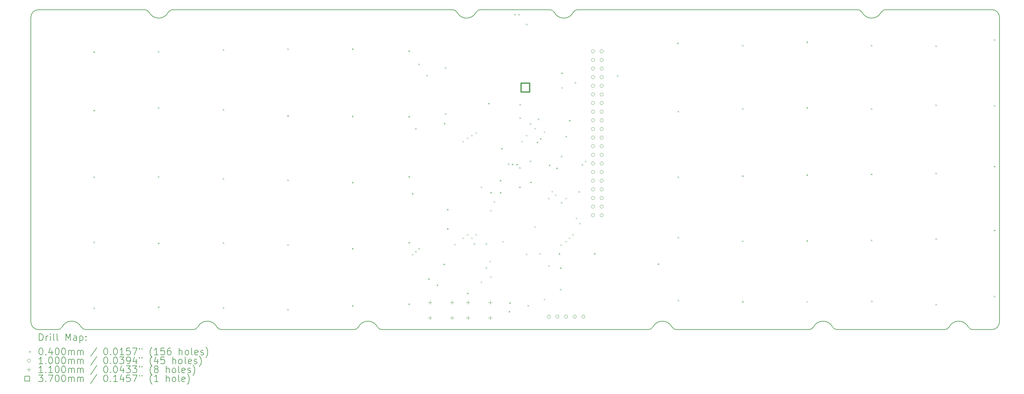
<source format=gbr>
%TF.GenerationSoftware,KiCad,Pcbnew,(6.0.10)*%
%TF.CreationDate,2023-08-27T18:13:33-04:00*%
%TF.ProjectId,storyboard,73746f72-7962-46f6-9172-642e6b696361,rev?*%
%TF.SameCoordinates,Original*%
%TF.FileFunction,Drillmap*%
%TF.FilePolarity,Positive*%
%FSLAX45Y45*%
G04 Gerber Fmt 4.5, Leading zero omitted, Abs format (unit mm)*
G04 Created by KiCad (PCBNEW (6.0.10)) date 2023-08-27 18:13:33*
%MOMM*%
%LPD*%
G01*
G04 APERTURE LIST*
%ADD10C,0.200000*%
%ADD11C,0.040000*%
%ADD12C,0.100000*%
%ADD13C,0.110000*%
%ADD14C,0.370000*%
G04 APERTURE END LIST*
D10*
X22240435Y-4271874D02*
X24334753Y-4272499D01*
X24314753Y-13692506D02*
G75*
G03*
X24447756Y-13611854I-13J150016D01*
G01*
X29727431Y-13611229D02*
G75*
G03*
X29168817Y-13611229I-279307J-145645D01*
G01*
X6771125Y-4271874D02*
X6389374Y-4271874D01*
X33716028Y-13611227D02*
G75*
G03*
X33157411Y-13611229I-279308J-145653D01*
G01*
X6164366Y-13466874D02*
G75*
G03*
X6389374Y-13691874I225004J4D01*
G01*
X15639374Y-4272499D02*
X10334185Y-4271874D01*
X18691317Y-4352519D02*
G75*
G03*
X18558313Y-4271874I-133007J-69361D01*
G01*
X21548811Y-4352522D02*
G75*
G03*
X22107431Y-4352519I279310J145652D01*
G01*
X33024408Y-13691874D02*
X29860435Y-13691874D01*
X25006371Y-13611854D02*
G75*
G03*
X24447756Y-13611854I-279307J-145645D01*
G01*
X18691311Y-4352522D02*
G75*
G03*
X19249931Y-4352519I279310J145652D01*
G01*
X6164374Y-13466874D02*
X6164374Y-4496874D01*
X34409374Y-13691874D02*
G75*
G03*
X34634374Y-13466874I-4J225004D01*
G01*
X10938314Y-13691874D02*
X7774340Y-13691874D01*
X31289185Y-4271873D02*
G75*
G03*
X31156181Y-4352519I5J-150008D01*
G01*
X33024408Y-4271874D02*
X31289185Y-4271874D01*
X30464563Y-4271874D02*
X25159374Y-4272499D01*
X10334185Y-4271872D02*
G75*
G03*
X10201181Y-4352519I6J-150008D01*
G01*
X9642567Y-4352519D02*
G75*
G03*
X9509563Y-4271874I-133007J-69361D01*
G01*
X29035813Y-13691875D02*
G75*
G03*
X29168817Y-13611229I-4J150005D01*
G01*
X6949719Y-13691874D02*
X6389374Y-13691874D01*
X18558313Y-4271874D02*
X16463995Y-4272499D01*
X24334753Y-4272499D02*
X25159374Y-4272499D01*
X15659374Y-13692499D02*
X11762935Y-13691874D01*
X19382935Y-4271873D02*
G75*
G03*
X19249931Y-4352519I5J-150008D01*
G01*
X34634376Y-4496874D02*
G75*
G03*
X34409374Y-4271874I-224996J4D01*
G01*
X6389374Y-4271874D02*
G75*
G03*
X6164374Y-4496874I0J-225000D01*
G01*
X9509563Y-4271874D02*
X7595746Y-4271874D01*
X16350992Y-13611854D02*
G75*
G03*
X15792377Y-13611854I-279307J-145645D01*
G01*
X15659374Y-13692498D02*
G75*
G03*
X15792377Y-13611854I-4J150008D01*
G01*
X21548817Y-4352519D02*
G75*
G03*
X21415813Y-4271874I-133007J-69361D01*
G01*
X33024408Y-4271874D02*
X33849029Y-4271874D01*
X24314753Y-13692499D02*
X16483995Y-13692499D01*
X7641337Y-13611229D02*
G75*
G03*
X7082723Y-13611229I-279307J-145641D01*
G01*
X33849029Y-4271874D02*
X34409374Y-4271874D01*
X30597567Y-4352519D02*
G75*
G03*
X30464563Y-4271874I-133007J-69361D01*
G01*
X25006368Y-13611855D02*
G75*
G03*
X25139374Y-13692499I133002J69355D01*
G01*
X33849029Y-13691874D02*
X34409374Y-13691874D01*
X29727429Y-13611230D02*
G75*
G03*
X29860435Y-13691874I133011J69370D01*
G01*
X11629931Y-13611229D02*
G75*
G03*
X11071317Y-13611229I-279307J-145645D01*
G01*
X7595746Y-4271874D02*
X6771125Y-4271874D01*
X6949719Y-13691871D02*
G75*
G03*
X7082723Y-13611229I1J150001D01*
G01*
X34634374Y-13466874D02*
X34634374Y-4496874D01*
X33024408Y-13691875D02*
G75*
G03*
X33157411Y-13611229I2J149995D01*
G01*
X11629929Y-13611230D02*
G75*
G03*
X11762935Y-13691874I133011J69370D01*
G01*
X22240435Y-4271873D02*
G75*
G03*
X22107431Y-4352519I5J-150008D01*
G01*
X21415813Y-4271874D02*
X19382935Y-4271874D01*
X30597560Y-4352522D02*
G75*
G03*
X31156181Y-4352519I279310J145652D01*
G01*
X10938314Y-13691875D02*
G75*
G03*
X11071317Y-13611229I-4J150005D01*
G01*
X25139374Y-13692499D02*
X29035813Y-13691874D01*
X9642567Y-4352519D02*
G75*
G03*
X10201181Y-4352519I279307J145646D01*
G01*
X15639374Y-4272499D02*
X16463995Y-4272499D01*
X7641335Y-13611230D02*
G75*
G03*
X7774340Y-13691874I133005J69360D01*
G01*
X16350991Y-13611854D02*
G75*
G03*
X16483995Y-13692499I133009J69364D01*
G01*
X33716023Y-13611230D02*
G75*
G03*
X33849029Y-13691874I132987J69330D01*
G01*
D11*
X8000000Y-5500000D02*
X8040000Y-5540000D01*
X8040000Y-5500000D02*
X8000000Y-5540000D01*
X8000000Y-7220000D02*
X8040000Y-7260000D01*
X8040000Y-7220000D02*
X8000000Y-7260000D01*
X8000000Y-9180000D02*
X8040000Y-9220000D01*
X8040000Y-9180000D02*
X8000000Y-9220000D01*
X8000000Y-11100000D02*
X8040000Y-11140000D01*
X8040000Y-11100000D02*
X8000000Y-11140000D01*
X8000000Y-13040000D02*
X8040000Y-13080000D01*
X8040000Y-13040000D02*
X8000000Y-13080000D01*
X9900000Y-5490000D02*
X9940000Y-5530000D01*
X9940000Y-5490000D02*
X9900000Y-5530000D01*
X9900000Y-7140000D02*
X9940000Y-7180000D01*
X9940000Y-7140000D02*
X9900000Y-7180000D01*
X9900000Y-9170000D02*
X9940000Y-9210000D01*
X9940000Y-9170000D02*
X9900000Y-9210000D01*
X9900000Y-11130000D02*
X9940000Y-11170000D01*
X9940000Y-11130000D02*
X9900000Y-11170000D01*
X9900000Y-13010000D02*
X9940000Y-13050000D01*
X9940000Y-13010000D02*
X9900000Y-13050000D01*
X11800000Y-5440000D02*
X11840000Y-5480000D01*
X11840000Y-5440000D02*
X11800000Y-5480000D01*
X11800000Y-7200000D02*
X11840000Y-7240000D01*
X11840000Y-7200000D02*
X11800000Y-7240000D01*
X11800000Y-9230000D02*
X11840000Y-9270000D01*
X11840000Y-9230000D02*
X11800000Y-9270000D01*
X11800000Y-11120000D02*
X11840000Y-11160000D01*
X11840000Y-11120000D02*
X11800000Y-11160000D01*
X11800000Y-13030000D02*
X11840000Y-13070000D01*
X11840000Y-13030000D02*
X11800000Y-13070000D01*
X13700000Y-5410000D02*
X13740000Y-5450000D01*
X13740000Y-5410000D02*
X13700000Y-5450000D01*
X13700000Y-7380000D02*
X13740000Y-7420000D01*
X13740000Y-7380000D02*
X13700000Y-7420000D01*
X13700000Y-9270000D02*
X13740000Y-9310000D01*
X13740000Y-9270000D02*
X13700000Y-9310000D01*
X13700000Y-11180000D02*
X13740000Y-11220000D01*
X13740000Y-11180000D02*
X13700000Y-11220000D01*
X13700000Y-13080000D02*
X13740000Y-13120000D01*
X13740000Y-13080000D02*
X13700000Y-13120000D01*
X15600000Y-5410000D02*
X15640000Y-5450000D01*
X15640000Y-5410000D02*
X15600000Y-5450000D01*
X15600000Y-7390000D02*
X15640000Y-7430000D01*
X15640000Y-7390000D02*
X15600000Y-7430000D01*
X15600000Y-9340000D02*
X15640000Y-9380000D01*
X15640000Y-9340000D02*
X15600000Y-9380000D01*
X15600000Y-11290000D02*
X15640000Y-11330000D01*
X15640000Y-11290000D02*
X15600000Y-11330000D01*
X15600000Y-12970000D02*
X15640000Y-13010000D01*
X15640000Y-12970000D02*
X15600000Y-13010000D01*
X17260000Y-5470000D02*
X17300000Y-5510000D01*
X17300000Y-5470000D02*
X17260000Y-5510000D01*
X17260000Y-7400000D02*
X17300000Y-7440000D01*
X17300000Y-7400000D02*
X17260000Y-7440000D01*
X17260000Y-9170000D02*
X17300000Y-9210000D01*
X17300000Y-9170000D02*
X17260000Y-9210000D01*
X17260000Y-11110000D02*
X17300000Y-11150000D01*
X17300000Y-11110000D02*
X17260000Y-11150000D01*
X17260000Y-12920000D02*
X17300000Y-12960000D01*
X17300000Y-12920000D02*
X17260000Y-12960000D01*
X17360000Y-9670000D02*
X17400000Y-9710000D01*
X17400000Y-9670000D02*
X17360000Y-9710000D01*
X17360000Y-11460000D02*
X17400000Y-11500000D01*
X17400000Y-11460000D02*
X17360000Y-11500000D01*
X17460000Y-7760000D02*
X17500000Y-7800000D01*
X17500000Y-7760000D02*
X17460000Y-7800000D01*
X17460000Y-11370000D02*
X17500000Y-11410000D01*
X17500000Y-11370000D02*
X17460000Y-11410000D01*
X17550000Y-5860000D02*
X17590000Y-5900000D01*
X17590000Y-5860000D02*
X17550000Y-5900000D01*
X17550000Y-11290000D02*
X17590000Y-11330000D01*
X17590000Y-11290000D02*
X17550000Y-11330000D01*
X17790000Y-6190000D02*
X17830000Y-6230000D01*
X17830000Y-6190000D02*
X17790000Y-6230000D01*
X17840000Y-12180000D02*
X17880000Y-12220000D01*
X17880000Y-12180000D02*
X17840000Y-12220000D01*
X18090000Y-12360000D02*
X18130000Y-12400000D01*
X18130000Y-12360000D02*
X18090000Y-12400000D01*
X18290000Y-11750000D02*
X18330000Y-11790000D01*
X18330000Y-11750000D02*
X18290000Y-11790000D01*
X18300000Y-7605000D02*
X18340000Y-7645000D01*
X18340000Y-7605000D02*
X18300000Y-7645000D01*
X18330000Y-5960000D02*
X18370000Y-6000000D01*
X18370000Y-5960000D02*
X18330000Y-6000000D01*
X18330000Y-7315000D02*
X18370000Y-7355000D01*
X18370000Y-7315000D02*
X18330000Y-7355000D01*
X18395000Y-10135000D02*
X18435000Y-10175000D01*
X18435000Y-10135000D02*
X18395000Y-10175000D01*
X18395000Y-10705000D02*
X18435000Y-10745000D01*
X18435000Y-10705000D02*
X18395000Y-10745000D01*
X18605000Y-11165000D02*
X18645000Y-11205000D01*
X18645000Y-11165000D02*
X18605000Y-11205000D01*
X18852200Y-8133400D02*
X18892200Y-8173400D01*
X18892200Y-8133400D02*
X18852200Y-8173400D01*
X18852200Y-10978200D02*
X18892200Y-11018200D01*
X18892200Y-10978200D02*
X18852200Y-11018200D01*
X18979200Y-8031800D02*
X19019200Y-8071800D01*
X19019200Y-8031800D02*
X18979200Y-8071800D01*
X18979200Y-10876600D02*
X19019200Y-10916600D01*
X19019200Y-10876600D02*
X18979200Y-10916600D01*
X18980000Y-12605000D02*
X19020000Y-12645000D01*
X19020000Y-12605000D02*
X18980000Y-12645000D01*
X19106200Y-7955600D02*
X19146200Y-7995600D01*
X19146200Y-7955600D02*
X19106200Y-7995600D01*
X19106200Y-10978200D02*
X19146200Y-11018200D01*
X19146200Y-10978200D02*
X19106200Y-11018200D01*
X19175000Y-11145000D02*
X19215000Y-11185000D01*
X19215000Y-11145000D02*
X19175000Y-11185000D01*
X19233200Y-7879400D02*
X19273200Y-7919400D01*
X19273200Y-7879400D02*
X19233200Y-7919400D01*
X19233200Y-10876600D02*
X19273200Y-10916600D01*
X19273200Y-10876600D02*
X19233200Y-10916600D01*
X19385600Y-9479600D02*
X19425600Y-9519600D01*
X19425600Y-9479600D02*
X19385600Y-9519600D01*
X19385600Y-12273600D02*
X19425600Y-12313600D01*
X19425600Y-12273600D02*
X19385600Y-12313600D01*
X19530000Y-11145000D02*
X19570000Y-11185000D01*
X19570000Y-11145000D02*
X19530000Y-11185000D01*
X19530000Y-11855000D02*
X19570000Y-11895000D01*
X19570000Y-11855000D02*
X19530000Y-11895000D01*
X19600000Y-7015000D02*
X19640000Y-7055000D01*
X19640000Y-7015000D02*
X19600000Y-7055000D01*
X19639600Y-11664000D02*
X19679600Y-11704000D01*
X19679600Y-11664000D02*
X19639600Y-11704000D01*
X19665000Y-9635000D02*
X19705000Y-9675000D01*
X19705000Y-9635000D02*
X19665000Y-9675000D01*
X19665000Y-10165400D02*
X19705000Y-10205400D01*
X19705000Y-10165400D02*
X19665000Y-10205400D01*
X19665000Y-12121200D02*
X19705000Y-12161200D01*
X19705000Y-12121200D02*
X19665000Y-12161200D01*
X19766600Y-9911400D02*
X19806600Y-9951400D01*
X19806600Y-9911400D02*
X19766600Y-9951400D01*
X19945000Y-9285000D02*
X19985000Y-9325000D01*
X19985000Y-9285000D02*
X19945000Y-9325000D01*
X19945000Y-9640000D02*
X19985000Y-9680000D01*
X19985000Y-9640000D02*
X19945000Y-9680000D01*
X19985000Y-8340000D02*
X20025000Y-8380000D01*
X20025000Y-8340000D02*
X19985000Y-8380000D01*
X20020000Y-11080000D02*
X20060000Y-11120000D01*
X20060000Y-11080000D02*
X20020000Y-11120000D01*
X20185142Y-8800000D02*
X20225142Y-8840000D01*
X20225142Y-8800000D02*
X20185142Y-8840000D01*
X20205000Y-13140000D02*
X20245000Y-13180000D01*
X20245000Y-13140000D02*
X20205000Y-13180000D01*
X20223800Y-12886200D02*
X20263800Y-12926200D01*
X20263800Y-12886200D02*
X20223800Y-12926200D01*
X20300000Y-8805000D02*
X20340000Y-8845000D01*
X20340000Y-8805000D02*
X20300000Y-8845000D01*
X20370000Y-4395000D02*
X20410000Y-4435000D01*
X20410000Y-4395000D02*
X20370000Y-4435000D01*
X20430000Y-8810000D02*
X20470000Y-8850000D01*
X20470000Y-8810000D02*
X20430000Y-8850000D01*
X20490000Y-4395000D02*
X20530000Y-4435000D01*
X20530000Y-4395000D02*
X20490000Y-4435000D01*
X20515000Y-8910000D02*
X20555000Y-8950000D01*
X20555000Y-8910000D02*
X20515000Y-8950000D01*
X20515000Y-9480000D02*
X20555000Y-9520000D01*
X20555000Y-9480000D02*
X20515000Y-9520000D01*
X20525000Y-7045000D02*
X20565000Y-7085000D01*
X20565000Y-7045000D02*
X20525000Y-7085000D01*
X20525000Y-7445000D02*
X20565000Y-7485000D01*
X20565000Y-7445000D02*
X20525000Y-7485000D01*
X20579400Y-8133400D02*
X20619400Y-8173400D01*
X20619400Y-8133400D02*
X20579400Y-8173400D01*
X20714536Y-11452829D02*
X20754536Y-11492829D01*
X20754536Y-11452829D02*
X20714536Y-11492829D01*
X20715000Y-7955000D02*
X20755000Y-7995000D01*
X20755000Y-7955000D02*
X20715000Y-7995000D01*
X20720000Y-4685000D02*
X20760000Y-4725000D01*
X20760000Y-4685000D02*
X20720000Y-4725000D01*
X20760000Y-12965000D02*
X20800000Y-13005000D01*
X20800000Y-12965000D02*
X20760000Y-13005000D01*
X20830000Y-7610000D02*
X20870000Y-7650000D01*
X20870000Y-7610000D02*
X20830000Y-7650000D01*
X20830000Y-8715000D02*
X20870000Y-8755000D01*
X20870000Y-8715000D02*
X20830000Y-8755000D01*
X20835000Y-9335000D02*
X20875000Y-9375000D01*
X20875000Y-9335000D02*
X20835000Y-9375000D01*
X20960400Y-7752400D02*
X21000400Y-7792400D01*
X21000400Y-7752400D02*
X20960400Y-7792400D01*
X20960400Y-10648000D02*
X21000400Y-10688000D01*
X21000400Y-10648000D02*
X20960400Y-10688000D01*
X21030850Y-8160000D02*
X21070850Y-8200000D01*
X21070850Y-8160000D02*
X21030850Y-8200000D01*
X21065000Y-7480000D02*
X21105000Y-7520000D01*
X21105000Y-7480000D02*
X21065000Y-7520000D01*
X21112800Y-11435400D02*
X21152800Y-11475400D01*
X21152800Y-11435400D02*
X21112800Y-11475400D01*
X21128660Y-8053875D02*
X21168660Y-8093875D01*
X21168660Y-8053875D02*
X21128660Y-8093875D01*
X21239800Y-7854000D02*
X21279800Y-7894000D01*
X21279800Y-7854000D02*
X21239800Y-7894000D01*
X21239800Y-12781600D02*
X21279800Y-12821600D01*
X21279800Y-12781600D02*
X21239800Y-12821600D01*
X21366800Y-9809800D02*
X21406800Y-9849800D01*
X21406800Y-9809800D02*
X21366800Y-9849800D01*
X21366800Y-11791000D02*
X21406800Y-11831000D01*
X21406800Y-11791000D02*
X21366800Y-11831000D01*
X21392200Y-8835000D02*
X21432200Y-8875000D01*
X21432200Y-8835000D02*
X21392200Y-8875000D01*
X21468400Y-9606600D02*
X21508400Y-9646600D01*
X21508400Y-9606600D02*
X21468400Y-9646600D01*
X21570000Y-9708154D02*
X21610000Y-9748154D01*
X21610000Y-9708154D02*
X21570000Y-9748154D01*
X21605000Y-8920000D02*
X21645000Y-8960000D01*
X21645000Y-8920000D02*
X21605000Y-8960000D01*
X21680000Y-11440000D02*
X21720000Y-11480000D01*
X21720000Y-11440000D02*
X21680000Y-11480000D01*
X21715000Y-11860000D02*
X21755000Y-11900000D01*
X21755000Y-11860000D02*
X21715000Y-11900000D01*
X21715000Y-12490000D02*
X21755000Y-12530000D01*
X21755000Y-12490000D02*
X21715000Y-12530000D01*
X21722400Y-11181400D02*
X21762400Y-11221400D01*
X21762400Y-11181400D02*
X21722400Y-11221400D01*
X21745000Y-8570000D02*
X21785000Y-8610000D01*
X21785000Y-8570000D02*
X21745000Y-8610000D01*
X21745000Y-9930000D02*
X21785000Y-9970000D01*
X21785000Y-9930000D02*
X21745000Y-9970000D01*
X21755000Y-6120000D02*
X21795000Y-6160000D01*
X21795000Y-6120000D02*
X21755000Y-6160000D01*
X21755000Y-6550000D02*
X21795000Y-6590000D01*
X21795000Y-6550000D02*
X21755000Y-6590000D01*
X21874800Y-9809800D02*
X21914800Y-9849800D01*
X21914800Y-9809800D02*
X21874800Y-9849800D01*
X21874800Y-11079800D02*
X21914800Y-11119800D01*
X21914800Y-11079800D02*
X21874800Y-11119800D01*
X21879846Y-7986046D02*
X21919846Y-8026046D01*
X21919846Y-7986046D02*
X21879846Y-8026046D01*
X21976400Y-10978200D02*
X22016400Y-11018200D01*
X22016400Y-10978200D02*
X21976400Y-11018200D01*
X21980000Y-7515000D02*
X22020000Y-7555000D01*
X22020000Y-7515000D02*
X21980000Y-7555000D01*
X22078000Y-10876600D02*
X22118000Y-10916600D01*
X22118000Y-10876600D02*
X22078000Y-10916600D01*
X22150000Y-6405000D02*
X22190000Y-6445000D01*
X22190000Y-6405000D02*
X22150000Y-6445000D01*
X22179600Y-10394000D02*
X22219600Y-10434000D01*
X22219600Y-10394000D02*
X22179600Y-10434000D01*
X22260000Y-9610000D02*
X22300000Y-9650000D01*
X22300000Y-9610000D02*
X22260000Y-9650000D01*
X22281200Y-10546400D02*
X22321200Y-10586400D01*
X22321200Y-10546400D02*
X22281200Y-10586400D01*
X22350000Y-8815000D02*
X22390000Y-8855000D01*
X22390000Y-8815000D02*
X22350000Y-8855000D01*
X22450000Y-8717600D02*
X22490000Y-8757600D01*
X22490000Y-8717600D02*
X22450000Y-8757600D01*
X22715000Y-11435000D02*
X22755000Y-11475000D01*
X22755000Y-11435000D02*
X22715000Y-11475000D01*
X23385000Y-6200000D02*
X23425000Y-6240000D01*
X23425000Y-6200000D02*
X23385000Y-6240000D01*
X24590000Y-11740000D02*
X24630000Y-11780000D01*
X24630000Y-11740000D02*
X24590000Y-11780000D01*
X25160000Y-5240000D02*
X25200000Y-5280000D01*
X25200000Y-5240000D02*
X25160000Y-5280000D01*
X25170000Y-7250000D02*
X25210000Y-7290000D01*
X25210000Y-7250000D02*
X25170000Y-7290000D01*
X25170000Y-9180000D02*
X25210000Y-9220000D01*
X25210000Y-9180000D02*
X25170000Y-9220000D01*
X25170000Y-10960000D02*
X25210000Y-11000000D01*
X25210000Y-10960000D02*
X25170000Y-11000000D01*
X25170000Y-12810000D02*
X25210000Y-12850000D01*
X25210000Y-12810000D02*
X25170000Y-12850000D01*
X27070000Y-5310000D02*
X27110000Y-5350000D01*
X27110000Y-5310000D02*
X27070000Y-5350000D01*
X27070000Y-7170000D02*
X27110000Y-7210000D01*
X27110000Y-7170000D02*
X27070000Y-7210000D01*
X27070000Y-9150000D02*
X27110000Y-9190000D01*
X27110000Y-9150000D02*
X27070000Y-9190000D01*
X27070000Y-11070000D02*
X27110000Y-11110000D01*
X27110000Y-11070000D02*
X27070000Y-11110000D01*
X27070000Y-12850000D02*
X27110000Y-12890000D01*
X27110000Y-12850000D02*
X27070000Y-12890000D01*
X28960000Y-5210000D02*
X29000000Y-5250000D01*
X29000000Y-5210000D02*
X28960000Y-5250000D01*
X28960000Y-7140000D02*
X29000000Y-7180000D01*
X29000000Y-7140000D02*
X28960000Y-7180000D01*
X28960000Y-9120000D02*
X29000000Y-9160000D01*
X29000000Y-9120000D02*
X28960000Y-9160000D01*
X28960000Y-11060000D02*
X29000000Y-11100000D01*
X29000000Y-11060000D02*
X28960000Y-11100000D01*
X28960000Y-12850000D02*
X29000000Y-12890000D01*
X29000000Y-12850000D02*
X28960000Y-12890000D01*
X30850000Y-5310000D02*
X30890000Y-5350000D01*
X30890000Y-5310000D02*
X30850000Y-5350000D01*
X30850000Y-7170000D02*
X30890000Y-7210000D01*
X30890000Y-7170000D02*
X30850000Y-7210000D01*
X30850000Y-9100000D02*
X30890000Y-9140000D01*
X30890000Y-9100000D02*
X30850000Y-9140000D01*
X30850000Y-11040000D02*
X30890000Y-11080000D01*
X30890000Y-11040000D02*
X30850000Y-11080000D01*
X30860000Y-12840000D02*
X30900000Y-12880000D01*
X30900000Y-12840000D02*
X30860000Y-12880000D01*
X32750000Y-5330000D02*
X32790000Y-5370000D01*
X32790000Y-5330000D02*
X32750000Y-5370000D01*
X32750000Y-7060000D02*
X32790000Y-7100000D01*
X32790000Y-7060000D02*
X32750000Y-7100000D01*
X32750000Y-9070000D02*
X32790000Y-9110000D01*
X32790000Y-9070000D02*
X32750000Y-9110000D01*
X32750000Y-11000000D02*
X32790000Y-11040000D01*
X32790000Y-11000000D02*
X32750000Y-11040000D01*
X32750000Y-12930000D02*
X32790000Y-12970000D01*
X32790000Y-12930000D02*
X32750000Y-12970000D01*
X34470000Y-5140000D02*
X34510000Y-5180000D01*
X34510000Y-5140000D02*
X34470000Y-5180000D01*
X34470000Y-7080000D02*
X34510000Y-7120000D01*
X34510000Y-7080000D02*
X34470000Y-7120000D01*
X34470000Y-8870000D02*
X34510000Y-8910000D01*
X34510000Y-8870000D02*
X34470000Y-8910000D01*
X34470000Y-10750000D02*
X34510000Y-10790000D01*
X34510000Y-10750000D02*
X34470000Y-10790000D01*
X34470000Y-12690000D02*
X34510000Y-12730000D01*
X34510000Y-12690000D02*
X34470000Y-12730000D01*
D12*
X21436300Y-13309600D02*
G75*
G03*
X21436300Y-13309600I-50000J0D01*
G01*
X21690300Y-13309600D02*
G75*
G03*
X21690300Y-13309600I-50000J0D01*
G01*
X21944300Y-13309600D02*
G75*
G03*
X21944300Y-13309600I-50000J0D01*
G01*
X22198300Y-13309600D02*
G75*
G03*
X22198300Y-13309600I-50000J0D01*
G01*
X22452300Y-13309600D02*
G75*
G03*
X22452300Y-13309600I-50000J0D01*
G01*
X22736800Y-5498800D02*
G75*
G03*
X22736800Y-5498800I-50000J0D01*
G01*
X22736800Y-5752800D02*
G75*
G03*
X22736800Y-5752800I-50000J0D01*
G01*
X22736800Y-6006800D02*
G75*
G03*
X22736800Y-6006800I-50000J0D01*
G01*
X22736800Y-6260800D02*
G75*
G03*
X22736800Y-6260800I-50000J0D01*
G01*
X22736800Y-6514800D02*
G75*
G03*
X22736800Y-6514800I-50000J0D01*
G01*
X22736800Y-6768800D02*
G75*
G03*
X22736800Y-6768800I-50000J0D01*
G01*
X22736800Y-7022800D02*
G75*
G03*
X22736800Y-7022800I-50000J0D01*
G01*
X22736800Y-7276800D02*
G75*
G03*
X22736800Y-7276800I-50000J0D01*
G01*
X22736800Y-7530800D02*
G75*
G03*
X22736800Y-7530800I-50000J0D01*
G01*
X22736800Y-7784800D02*
G75*
G03*
X22736800Y-7784800I-50000J0D01*
G01*
X22736800Y-8038800D02*
G75*
G03*
X22736800Y-8038800I-50000J0D01*
G01*
X22736800Y-8292800D02*
G75*
G03*
X22736800Y-8292800I-50000J0D01*
G01*
X22736800Y-8546800D02*
G75*
G03*
X22736800Y-8546800I-50000J0D01*
G01*
X22736800Y-8800800D02*
G75*
G03*
X22736800Y-8800800I-50000J0D01*
G01*
X22736800Y-9054800D02*
G75*
G03*
X22736800Y-9054800I-50000J0D01*
G01*
X22736800Y-9308800D02*
G75*
G03*
X22736800Y-9308800I-50000J0D01*
G01*
X22736800Y-9562800D02*
G75*
G03*
X22736800Y-9562800I-50000J0D01*
G01*
X22736800Y-9816800D02*
G75*
G03*
X22736800Y-9816800I-50000J0D01*
G01*
X22736800Y-10070800D02*
G75*
G03*
X22736800Y-10070800I-50000J0D01*
G01*
X22736800Y-10324800D02*
G75*
G03*
X22736800Y-10324800I-50000J0D01*
G01*
X22990800Y-5498800D02*
G75*
G03*
X22990800Y-5498800I-50000J0D01*
G01*
X22990800Y-5752800D02*
G75*
G03*
X22990800Y-5752800I-50000J0D01*
G01*
X22990800Y-6006800D02*
G75*
G03*
X22990800Y-6006800I-50000J0D01*
G01*
X22990800Y-6260800D02*
G75*
G03*
X22990800Y-6260800I-50000J0D01*
G01*
X22990800Y-6514800D02*
G75*
G03*
X22990800Y-6514800I-50000J0D01*
G01*
X22990800Y-6768800D02*
G75*
G03*
X22990800Y-6768800I-50000J0D01*
G01*
X22990800Y-7022800D02*
G75*
G03*
X22990800Y-7022800I-50000J0D01*
G01*
X22990800Y-7276800D02*
G75*
G03*
X22990800Y-7276800I-50000J0D01*
G01*
X22990800Y-7530800D02*
G75*
G03*
X22990800Y-7530800I-50000J0D01*
G01*
X22990800Y-7784800D02*
G75*
G03*
X22990800Y-7784800I-50000J0D01*
G01*
X22990800Y-8038800D02*
G75*
G03*
X22990800Y-8038800I-50000J0D01*
G01*
X22990800Y-8292800D02*
G75*
G03*
X22990800Y-8292800I-50000J0D01*
G01*
X22990800Y-8546800D02*
G75*
G03*
X22990800Y-8546800I-50000J0D01*
G01*
X22990800Y-8800800D02*
G75*
G03*
X22990800Y-8800800I-50000J0D01*
G01*
X22990800Y-9054800D02*
G75*
G03*
X22990800Y-9054800I-50000J0D01*
G01*
X22990800Y-9308800D02*
G75*
G03*
X22990800Y-9308800I-50000J0D01*
G01*
X22990800Y-9562800D02*
G75*
G03*
X22990800Y-9562800I-50000J0D01*
G01*
X22990800Y-9816800D02*
G75*
G03*
X22990800Y-9816800I-50000J0D01*
G01*
X22990800Y-10070800D02*
G75*
G03*
X22990800Y-10070800I-50000J0D01*
G01*
X22990800Y-10324800D02*
G75*
G03*
X22990800Y-10324800I-50000J0D01*
G01*
D13*
X17895000Y-12840000D02*
X17895000Y-12950000D01*
X17840000Y-12895000D02*
X17950000Y-12895000D01*
X17895000Y-13290000D02*
X17895000Y-13400000D01*
X17840000Y-13345000D02*
X17950000Y-13345000D01*
X18545000Y-12840000D02*
X18545000Y-12950000D01*
X18490000Y-12895000D02*
X18600000Y-12895000D01*
X18545000Y-13290000D02*
X18545000Y-13400000D01*
X18490000Y-13345000D02*
X18600000Y-13345000D01*
X19015000Y-12840000D02*
X19015000Y-12950000D01*
X18960000Y-12895000D02*
X19070000Y-12895000D01*
X19015000Y-13290000D02*
X19015000Y-13400000D01*
X18960000Y-13345000D02*
X19070000Y-13345000D01*
X19665000Y-12840000D02*
X19665000Y-12950000D01*
X19610000Y-12895000D02*
X19720000Y-12895000D01*
X19665000Y-13290000D02*
X19665000Y-13400000D01*
X19610000Y-13345000D02*
X19720000Y-13345000D01*
D14*
X20831020Y-6699502D02*
X20831020Y-6437870D01*
X20569388Y-6437870D01*
X20569388Y-6699502D01*
X20831020Y-6699502D01*
D10*
X6411993Y-14012975D02*
X6411993Y-13812975D01*
X6459612Y-13812975D01*
X6488183Y-13822499D01*
X6507231Y-13841547D01*
X6516755Y-13860594D01*
X6526279Y-13898689D01*
X6526279Y-13927261D01*
X6516755Y-13965356D01*
X6507231Y-13984404D01*
X6488183Y-14003451D01*
X6459612Y-14012975D01*
X6411993Y-14012975D01*
X6611993Y-14012975D02*
X6611993Y-13879642D01*
X6611993Y-13917737D02*
X6621517Y-13898689D01*
X6631041Y-13889166D01*
X6650088Y-13879642D01*
X6669136Y-13879642D01*
X6735802Y-14012975D02*
X6735802Y-13879642D01*
X6735802Y-13812975D02*
X6726279Y-13822499D01*
X6735802Y-13832023D01*
X6745326Y-13822499D01*
X6735802Y-13812975D01*
X6735802Y-13832023D01*
X6859612Y-14012975D02*
X6840564Y-14003451D01*
X6831041Y-13984404D01*
X6831041Y-13812975D01*
X6964374Y-14012975D02*
X6945326Y-14003451D01*
X6935802Y-13984404D01*
X6935802Y-13812975D01*
X7192945Y-14012975D02*
X7192945Y-13812975D01*
X7259612Y-13955832D01*
X7326279Y-13812975D01*
X7326279Y-14012975D01*
X7507231Y-14012975D02*
X7507231Y-13908213D01*
X7497707Y-13889166D01*
X7478660Y-13879642D01*
X7440564Y-13879642D01*
X7421517Y-13889166D01*
X7507231Y-14003451D02*
X7488183Y-14012975D01*
X7440564Y-14012975D01*
X7421517Y-14003451D01*
X7411993Y-13984404D01*
X7411993Y-13965356D01*
X7421517Y-13946308D01*
X7440564Y-13936785D01*
X7488183Y-13936785D01*
X7507231Y-13927261D01*
X7602469Y-13879642D02*
X7602469Y-14079642D01*
X7602469Y-13889166D02*
X7621517Y-13879642D01*
X7659612Y-13879642D01*
X7678660Y-13889166D01*
X7688183Y-13898689D01*
X7697707Y-13917737D01*
X7697707Y-13974880D01*
X7688183Y-13993927D01*
X7678660Y-14003451D01*
X7659612Y-14012975D01*
X7621517Y-14012975D01*
X7602469Y-14003451D01*
X7783422Y-13993927D02*
X7792945Y-14003451D01*
X7783422Y-14012975D01*
X7773898Y-14003451D01*
X7783422Y-13993927D01*
X7783422Y-14012975D01*
X7783422Y-13889166D02*
X7792945Y-13898689D01*
X7783422Y-13908213D01*
X7773898Y-13898689D01*
X7783422Y-13889166D01*
X7783422Y-13908213D01*
D11*
X6114374Y-14322499D02*
X6154374Y-14362499D01*
X6154374Y-14322499D02*
X6114374Y-14362499D01*
D10*
X6450088Y-14232975D02*
X6469136Y-14232975D01*
X6488183Y-14242499D01*
X6497707Y-14252023D01*
X6507231Y-14271070D01*
X6516755Y-14309166D01*
X6516755Y-14356785D01*
X6507231Y-14394880D01*
X6497707Y-14413927D01*
X6488183Y-14423451D01*
X6469136Y-14432975D01*
X6450088Y-14432975D01*
X6431041Y-14423451D01*
X6421517Y-14413927D01*
X6411993Y-14394880D01*
X6402469Y-14356785D01*
X6402469Y-14309166D01*
X6411993Y-14271070D01*
X6421517Y-14252023D01*
X6431041Y-14242499D01*
X6450088Y-14232975D01*
X6602469Y-14413927D02*
X6611993Y-14423451D01*
X6602469Y-14432975D01*
X6592945Y-14423451D01*
X6602469Y-14413927D01*
X6602469Y-14432975D01*
X6783422Y-14299642D02*
X6783422Y-14432975D01*
X6735802Y-14223451D02*
X6688183Y-14366308D01*
X6811993Y-14366308D01*
X6926279Y-14232975D02*
X6945326Y-14232975D01*
X6964374Y-14242499D01*
X6973898Y-14252023D01*
X6983422Y-14271070D01*
X6992945Y-14309166D01*
X6992945Y-14356785D01*
X6983422Y-14394880D01*
X6973898Y-14413927D01*
X6964374Y-14423451D01*
X6945326Y-14432975D01*
X6926279Y-14432975D01*
X6907231Y-14423451D01*
X6897707Y-14413927D01*
X6888183Y-14394880D01*
X6878660Y-14356785D01*
X6878660Y-14309166D01*
X6888183Y-14271070D01*
X6897707Y-14252023D01*
X6907231Y-14242499D01*
X6926279Y-14232975D01*
X7116755Y-14232975D02*
X7135802Y-14232975D01*
X7154850Y-14242499D01*
X7164374Y-14252023D01*
X7173898Y-14271070D01*
X7183422Y-14309166D01*
X7183422Y-14356785D01*
X7173898Y-14394880D01*
X7164374Y-14413927D01*
X7154850Y-14423451D01*
X7135802Y-14432975D01*
X7116755Y-14432975D01*
X7097707Y-14423451D01*
X7088183Y-14413927D01*
X7078660Y-14394880D01*
X7069136Y-14356785D01*
X7069136Y-14309166D01*
X7078660Y-14271070D01*
X7088183Y-14252023D01*
X7097707Y-14242499D01*
X7116755Y-14232975D01*
X7269136Y-14432975D02*
X7269136Y-14299642D01*
X7269136Y-14318689D02*
X7278660Y-14309166D01*
X7297707Y-14299642D01*
X7326279Y-14299642D01*
X7345326Y-14309166D01*
X7354850Y-14328213D01*
X7354850Y-14432975D01*
X7354850Y-14328213D02*
X7364374Y-14309166D01*
X7383422Y-14299642D01*
X7411993Y-14299642D01*
X7431041Y-14309166D01*
X7440564Y-14328213D01*
X7440564Y-14432975D01*
X7535802Y-14432975D02*
X7535802Y-14299642D01*
X7535802Y-14318689D02*
X7545326Y-14309166D01*
X7564374Y-14299642D01*
X7592945Y-14299642D01*
X7611993Y-14309166D01*
X7621517Y-14328213D01*
X7621517Y-14432975D01*
X7621517Y-14328213D02*
X7631041Y-14309166D01*
X7650088Y-14299642D01*
X7678660Y-14299642D01*
X7697707Y-14309166D01*
X7707231Y-14328213D01*
X7707231Y-14432975D01*
X8097707Y-14223451D02*
X7926279Y-14480594D01*
X8354850Y-14232975D02*
X8373898Y-14232975D01*
X8392945Y-14242499D01*
X8402469Y-14252023D01*
X8411993Y-14271070D01*
X8421517Y-14309166D01*
X8421517Y-14356785D01*
X8411993Y-14394880D01*
X8402469Y-14413927D01*
X8392945Y-14423451D01*
X8373898Y-14432975D01*
X8354850Y-14432975D01*
X8335802Y-14423451D01*
X8326279Y-14413927D01*
X8316755Y-14394880D01*
X8307231Y-14356785D01*
X8307231Y-14309166D01*
X8316755Y-14271070D01*
X8326279Y-14252023D01*
X8335802Y-14242499D01*
X8354850Y-14232975D01*
X8507231Y-14413927D02*
X8516755Y-14423451D01*
X8507231Y-14432975D01*
X8497707Y-14423451D01*
X8507231Y-14413927D01*
X8507231Y-14432975D01*
X8640564Y-14232975D02*
X8659612Y-14232975D01*
X8678660Y-14242499D01*
X8688184Y-14252023D01*
X8697707Y-14271070D01*
X8707231Y-14309166D01*
X8707231Y-14356785D01*
X8697707Y-14394880D01*
X8688184Y-14413927D01*
X8678660Y-14423451D01*
X8659612Y-14432975D01*
X8640564Y-14432975D01*
X8621517Y-14423451D01*
X8611993Y-14413927D01*
X8602469Y-14394880D01*
X8592945Y-14356785D01*
X8592945Y-14309166D01*
X8602469Y-14271070D01*
X8611993Y-14252023D01*
X8621517Y-14242499D01*
X8640564Y-14232975D01*
X8897707Y-14432975D02*
X8783422Y-14432975D01*
X8840564Y-14432975D02*
X8840564Y-14232975D01*
X8821517Y-14261547D01*
X8802469Y-14280594D01*
X8783422Y-14290118D01*
X9078660Y-14232975D02*
X8983422Y-14232975D01*
X8973898Y-14328213D01*
X8983422Y-14318689D01*
X9002469Y-14309166D01*
X9050088Y-14309166D01*
X9069136Y-14318689D01*
X9078660Y-14328213D01*
X9088184Y-14347261D01*
X9088184Y-14394880D01*
X9078660Y-14413927D01*
X9069136Y-14423451D01*
X9050088Y-14432975D01*
X9002469Y-14432975D01*
X8983422Y-14423451D01*
X8973898Y-14413927D01*
X9154850Y-14232975D02*
X9288184Y-14232975D01*
X9202469Y-14432975D01*
X9354850Y-14232975D02*
X9354850Y-14271070D01*
X9431041Y-14232975D02*
X9431041Y-14271070D01*
X9726279Y-14509166D02*
X9716755Y-14499642D01*
X9697707Y-14471070D01*
X9688184Y-14452023D01*
X9678660Y-14423451D01*
X9669136Y-14375832D01*
X9669136Y-14337737D01*
X9678660Y-14290118D01*
X9688184Y-14261547D01*
X9697707Y-14242499D01*
X9716755Y-14213927D01*
X9726279Y-14204404D01*
X9907231Y-14432975D02*
X9792945Y-14432975D01*
X9850088Y-14432975D02*
X9850088Y-14232975D01*
X9831041Y-14261547D01*
X9811993Y-14280594D01*
X9792945Y-14290118D01*
X10088184Y-14232975D02*
X9992945Y-14232975D01*
X9983422Y-14328213D01*
X9992945Y-14318689D01*
X10011993Y-14309166D01*
X10059612Y-14309166D01*
X10078660Y-14318689D01*
X10088184Y-14328213D01*
X10097707Y-14347261D01*
X10097707Y-14394880D01*
X10088184Y-14413927D01*
X10078660Y-14423451D01*
X10059612Y-14432975D01*
X10011993Y-14432975D01*
X9992945Y-14423451D01*
X9983422Y-14413927D01*
X10269136Y-14232975D02*
X10231041Y-14232975D01*
X10211993Y-14242499D01*
X10202469Y-14252023D01*
X10183422Y-14280594D01*
X10173898Y-14318689D01*
X10173898Y-14394880D01*
X10183422Y-14413927D01*
X10192945Y-14423451D01*
X10211993Y-14432975D01*
X10250088Y-14432975D01*
X10269136Y-14423451D01*
X10278660Y-14413927D01*
X10288184Y-14394880D01*
X10288184Y-14347261D01*
X10278660Y-14328213D01*
X10269136Y-14318689D01*
X10250088Y-14309166D01*
X10211993Y-14309166D01*
X10192945Y-14318689D01*
X10183422Y-14328213D01*
X10173898Y-14347261D01*
X10526279Y-14432975D02*
X10526279Y-14232975D01*
X10611993Y-14432975D02*
X10611993Y-14328213D01*
X10602469Y-14309166D01*
X10583422Y-14299642D01*
X10554850Y-14299642D01*
X10535803Y-14309166D01*
X10526279Y-14318689D01*
X10735803Y-14432975D02*
X10716755Y-14423451D01*
X10707231Y-14413927D01*
X10697707Y-14394880D01*
X10697707Y-14337737D01*
X10707231Y-14318689D01*
X10716755Y-14309166D01*
X10735803Y-14299642D01*
X10764374Y-14299642D01*
X10783422Y-14309166D01*
X10792945Y-14318689D01*
X10802469Y-14337737D01*
X10802469Y-14394880D01*
X10792945Y-14413927D01*
X10783422Y-14423451D01*
X10764374Y-14432975D01*
X10735803Y-14432975D01*
X10916755Y-14432975D02*
X10897707Y-14423451D01*
X10888184Y-14404404D01*
X10888184Y-14232975D01*
X11069136Y-14423451D02*
X11050088Y-14432975D01*
X11011993Y-14432975D01*
X10992945Y-14423451D01*
X10983422Y-14404404D01*
X10983422Y-14328213D01*
X10992945Y-14309166D01*
X11011993Y-14299642D01*
X11050088Y-14299642D01*
X11069136Y-14309166D01*
X11078660Y-14328213D01*
X11078660Y-14347261D01*
X10983422Y-14366308D01*
X11154850Y-14423451D02*
X11173898Y-14432975D01*
X11211993Y-14432975D01*
X11231041Y-14423451D01*
X11240564Y-14404404D01*
X11240564Y-14394880D01*
X11231041Y-14375832D01*
X11211993Y-14366308D01*
X11183422Y-14366308D01*
X11164374Y-14356785D01*
X11154850Y-14337737D01*
X11154850Y-14328213D01*
X11164374Y-14309166D01*
X11183422Y-14299642D01*
X11211993Y-14299642D01*
X11231041Y-14309166D01*
X11307231Y-14509166D02*
X11316755Y-14499642D01*
X11335802Y-14471070D01*
X11345326Y-14452023D01*
X11354850Y-14423451D01*
X11364374Y-14375832D01*
X11364374Y-14337737D01*
X11354850Y-14290118D01*
X11345326Y-14261547D01*
X11335802Y-14242499D01*
X11316755Y-14213927D01*
X11307231Y-14204404D01*
D12*
X6154374Y-14606499D02*
G75*
G03*
X6154374Y-14606499I-50000J0D01*
G01*
D10*
X6516755Y-14696975D02*
X6402469Y-14696975D01*
X6459612Y-14696975D02*
X6459612Y-14496975D01*
X6440564Y-14525547D01*
X6421517Y-14544594D01*
X6402469Y-14554118D01*
X6602469Y-14677927D02*
X6611993Y-14687451D01*
X6602469Y-14696975D01*
X6592945Y-14687451D01*
X6602469Y-14677927D01*
X6602469Y-14696975D01*
X6735802Y-14496975D02*
X6754850Y-14496975D01*
X6773898Y-14506499D01*
X6783422Y-14516023D01*
X6792945Y-14535070D01*
X6802469Y-14573166D01*
X6802469Y-14620785D01*
X6792945Y-14658880D01*
X6783422Y-14677927D01*
X6773898Y-14687451D01*
X6754850Y-14696975D01*
X6735802Y-14696975D01*
X6716755Y-14687451D01*
X6707231Y-14677927D01*
X6697707Y-14658880D01*
X6688183Y-14620785D01*
X6688183Y-14573166D01*
X6697707Y-14535070D01*
X6707231Y-14516023D01*
X6716755Y-14506499D01*
X6735802Y-14496975D01*
X6926279Y-14496975D02*
X6945326Y-14496975D01*
X6964374Y-14506499D01*
X6973898Y-14516023D01*
X6983422Y-14535070D01*
X6992945Y-14573166D01*
X6992945Y-14620785D01*
X6983422Y-14658880D01*
X6973898Y-14677927D01*
X6964374Y-14687451D01*
X6945326Y-14696975D01*
X6926279Y-14696975D01*
X6907231Y-14687451D01*
X6897707Y-14677927D01*
X6888183Y-14658880D01*
X6878660Y-14620785D01*
X6878660Y-14573166D01*
X6888183Y-14535070D01*
X6897707Y-14516023D01*
X6907231Y-14506499D01*
X6926279Y-14496975D01*
X7116755Y-14496975D02*
X7135802Y-14496975D01*
X7154850Y-14506499D01*
X7164374Y-14516023D01*
X7173898Y-14535070D01*
X7183422Y-14573166D01*
X7183422Y-14620785D01*
X7173898Y-14658880D01*
X7164374Y-14677927D01*
X7154850Y-14687451D01*
X7135802Y-14696975D01*
X7116755Y-14696975D01*
X7097707Y-14687451D01*
X7088183Y-14677927D01*
X7078660Y-14658880D01*
X7069136Y-14620785D01*
X7069136Y-14573166D01*
X7078660Y-14535070D01*
X7088183Y-14516023D01*
X7097707Y-14506499D01*
X7116755Y-14496975D01*
X7269136Y-14696975D02*
X7269136Y-14563642D01*
X7269136Y-14582689D02*
X7278660Y-14573166D01*
X7297707Y-14563642D01*
X7326279Y-14563642D01*
X7345326Y-14573166D01*
X7354850Y-14592213D01*
X7354850Y-14696975D01*
X7354850Y-14592213D02*
X7364374Y-14573166D01*
X7383422Y-14563642D01*
X7411993Y-14563642D01*
X7431041Y-14573166D01*
X7440564Y-14592213D01*
X7440564Y-14696975D01*
X7535802Y-14696975D02*
X7535802Y-14563642D01*
X7535802Y-14582689D02*
X7545326Y-14573166D01*
X7564374Y-14563642D01*
X7592945Y-14563642D01*
X7611993Y-14573166D01*
X7621517Y-14592213D01*
X7621517Y-14696975D01*
X7621517Y-14592213D02*
X7631041Y-14573166D01*
X7650088Y-14563642D01*
X7678660Y-14563642D01*
X7697707Y-14573166D01*
X7707231Y-14592213D01*
X7707231Y-14696975D01*
X8097707Y-14487451D02*
X7926279Y-14744594D01*
X8354850Y-14496975D02*
X8373898Y-14496975D01*
X8392945Y-14506499D01*
X8402469Y-14516023D01*
X8411993Y-14535070D01*
X8421517Y-14573166D01*
X8421517Y-14620785D01*
X8411993Y-14658880D01*
X8402469Y-14677927D01*
X8392945Y-14687451D01*
X8373898Y-14696975D01*
X8354850Y-14696975D01*
X8335802Y-14687451D01*
X8326279Y-14677927D01*
X8316755Y-14658880D01*
X8307231Y-14620785D01*
X8307231Y-14573166D01*
X8316755Y-14535070D01*
X8326279Y-14516023D01*
X8335802Y-14506499D01*
X8354850Y-14496975D01*
X8507231Y-14677927D02*
X8516755Y-14687451D01*
X8507231Y-14696975D01*
X8497707Y-14687451D01*
X8507231Y-14677927D01*
X8507231Y-14696975D01*
X8640564Y-14496975D02*
X8659612Y-14496975D01*
X8678660Y-14506499D01*
X8688184Y-14516023D01*
X8697707Y-14535070D01*
X8707231Y-14573166D01*
X8707231Y-14620785D01*
X8697707Y-14658880D01*
X8688184Y-14677927D01*
X8678660Y-14687451D01*
X8659612Y-14696975D01*
X8640564Y-14696975D01*
X8621517Y-14687451D01*
X8611993Y-14677927D01*
X8602469Y-14658880D01*
X8592945Y-14620785D01*
X8592945Y-14573166D01*
X8602469Y-14535070D01*
X8611993Y-14516023D01*
X8621517Y-14506499D01*
X8640564Y-14496975D01*
X8773898Y-14496975D02*
X8897707Y-14496975D01*
X8831041Y-14573166D01*
X8859612Y-14573166D01*
X8878660Y-14582689D01*
X8888184Y-14592213D01*
X8897707Y-14611261D01*
X8897707Y-14658880D01*
X8888184Y-14677927D01*
X8878660Y-14687451D01*
X8859612Y-14696975D01*
X8802469Y-14696975D01*
X8783422Y-14687451D01*
X8773898Y-14677927D01*
X8992945Y-14696975D02*
X9031041Y-14696975D01*
X9050088Y-14687451D01*
X9059612Y-14677927D01*
X9078660Y-14649356D01*
X9088184Y-14611261D01*
X9088184Y-14535070D01*
X9078660Y-14516023D01*
X9069136Y-14506499D01*
X9050088Y-14496975D01*
X9011993Y-14496975D01*
X8992945Y-14506499D01*
X8983422Y-14516023D01*
X8973898Y-14535070D01*
X8973898Y-14582689D01*
X8983422Y-14601737D01*
X8992945Y-14611261D01*
X9011993Y-14620785D01*
X9050088Y-14620785D01*
X9069136Y-14611261D01*
X9078660Y-14601737D01*
X9088184Y-14582689D01*
X9259612Y-14563642D02*
X9259612Y-14696975D01*
X9211993Y-14487451D02*
X9164374Y-14630308D01*
X9288184Y-14630308D01*
X9354850Y-14496975D02*
X9354850Y-14535070D01*
X9431041Y-14496975D02*
X9431041Y-14535070D01*
X9726279Y-14773166D02*
X9716755Y-14763642D01*
X9697707Y-14735070D01*
X9688184Y-14716023D01*
X9678660Y-14687451D01*
X9669136Y-14639832D01*
X9669136Y-14601737D01*
X9678660Y-14554118D01*
X9688184Y-14525547D01*
X9697707Y-14506499D01*
X9716755Y-14477927D01*
X9726279Y-14468404D01*
X9888184Y-14563642D02*
X9888184Y-14696975D01*
X9840564Y-14487451D02*
X9792945Y-14630308D01*
X9916755Y-14630308D01*
X10088184Y-14496975D02*
X9992945Y-14496975D01*
X9983422Y-14592213D01*
X9992945Y-14582689D01*
X10011993Y-14573166D01*
X10059612Y-14573166D01*
X10078660Y-14582689D01*
X10088184Y-14592213D01*
X10097707Y-14611261D01*
X10097707Y-14658880D01*
X10088184Y-14677927D01*
X10078660Y-14687451D01*
X10059612Y-14696975D01*
X10011993Y-14696975D01*
X9992945Y-14687451D01*
X9983422Y-14677927D01*
X10335803Y-14696975D02*
X10335803Y-14496975D01*
X10421517Y-14696975D02*
X10421517Y-14592213D01*
X10411993Y-14573166D01*
X10392945Y-14563642D01*
X10364374Y-14563642D01*
X10345326Y-14573166D01*
X10335803Y-14582689D01*
X10545326Y-14696975D02*
X10526279Y-14687451D01*
X10516755Y-14677927D01*
X10507231Y-14658880D01*
X10507231Y-14601737D01*
X10516755Y-14582689D01*
X10526279Y-14573166D01*
X10545326Y-14563642D01*
X10573898Y-14563642D01*
X10592945Y-14573166D01*
X10602469Y-14582689D01*
X10611993Y-14601737D01*
X10611993Y-14658880D01*
X10602469Y-14677927D01*
X10592945Y-14687451D01*
X10573898Y-14696975D01*
X10545326Y-14696975D01*
X10726279Y-14696975D02*
X10707231Y-14687451D01*
X10697707Y-14668404D01*
X10697707Y-14496975D01*
X10878660Y-14687451D02*
X10859612Y-14696975D01*
X10821517Y-14696975D01*
X10802469Y-14687451D01*
X10792945Y-14668404D01*
X10792945Y-14592213D01*
X10802469Y-14573166D01*
X10821517Y-14563642D01*
X10859612Y-14563642D01*
X10878660Y-14573166D01*
X10888184Y-14592213D01*
X10888184Y-14611261D01*
X10792945Y-14630308D01*
X10964374Y-14687451D02*
X10983422Y-14696975D01*
X11021517Y-14696975D01*
X11040564Y-14687451D01*
X11050088Y-14668404D01*
X11050088Y-14658880D01*
X11040564Y-14639832D01*
X11021517Y-14630308D01*
X10992945Y-14630308D01*
X10973898Y-14620785D01*
X10964374Y-14601737D01*
X10964374Y-14592213D01*
X10973898Y-14573166D01*
X10992945Y-14563642D01*
X11021517Y-14563642D01*
X11040564Y-14573166D01*
X11116755Y-14773166D02*
X11126279Y-14763642D01*
X11145326Y-14735070D01*
X11154850Y-14716023D01*
X11164374Y-14687451D01*
X11173898Y-14639832D01*
X11173898Y-14601737D01*
X11164374Y-14554118D01*
X11154850Y-14525547D01*
X11145326Y-14506499D01*
X11126279Y-14477927D01*
X11116755Y-14468404D01*
D13*
X6099374Y-14815499D02*
X6099374Y-14925499D01*
X6044374Y-14870499D02*
X6154374Y-14870499D01*
D10*
X6516755Y-14960975D02*
X6402469Y-14960975D01*
X6459612Y-14960975D02*
X6459612Y-14760975D01*
X6440564Y-14789547D01*
X6421517Y-14808594D01*
X6402469Y-14818118D01*
X6602469Y-14941927D02*
X6611993Y-14951451D01*
X6602469Y-14960975D01*
X6592945Y-14951451D01*
X6602469Y-14941927D01*
X6602469Y-14960975D01*
X6802469Y-14960975D02*
X6688183Y-14960975D01*
X6745326Y-14960975D02*
X6745326Y-14760975D01*
X6726279Y-14789547D01*
X6707231Y-14808594D01*
X6688183Y-14818118D01*
X6926279Y-14760975D02*
X6945326Y-14760975D01*
X6964374Y-14770499D01*
X6973898Y-14780023D01*
X6983422Y-14799070D01*
X6992945Y-14837166D01*
X6992945Y-14884785D01*
X6983422Y-14922880D01*
X6973898Y-14941927D01*
X6964374Y-14951451D01*
X6945326Y-14960975D01*
X6926279Y-14960975D01*
X6907231Y-14951451D01*
X6897707Y-14941927D01*
X6888183Y-14922880D01*
X6878660Y-14884785D01*
X6878660Y-14837166D01*
X6888183Y-14799070D01*
X6897707Y-14780023D01*
X6907231Y-14770499D01*
X6926279Y-14760975D01*
X7116755Y-14760975D02*
X7135802Y-14760975D01*
X7154850Y-14770499D01*
X7164374Y-14780023D01*
X7173898Y-14799070D01*
X7183422Y-14837166D01*
X7183422Y-14884785D01*
X7173898Y-14922880D01*
X7164374Y-14941927D01*
X7154850Y-14951451D01*
X7135802Y-14960975D01*
X7116755Y-14960975D01*
X7097707Y-14951451D01*
X7088183Y-14941927D01*
X7078660Y-14922880D01*
X7069136Y-14884785D01*
X7069136Y-14837166D01*
X7078660Y-14799070D01*
X7088183Y-14780023D01*
X7097707Y-14770499D01*
X7116755Y-14760975D01*
X7269136Y-14960975D02*
X7269136Y-14827642D01*
X7269136Y-14846689D02*
X7278660Y-14837166D01*
X7297707Y-14827642D01*
X7326279Y-14827642D01*
X7345326Y-14837166D01*
X7354850Y-14856213D01*
X7354850Y-14960975D01*
X7354850Y-14856213D02*
X7364374Y-14837166D01*
X7383422Y-14827642D01*
X7411993Y-14827642D01*
X7431041Y-14837166D01*
X7440564Y-14856213D01*
X7440564Y-14960975D01*
X7535802Y-14960975D02*
X7535802Y-14827642D01*
X7535802Y-14846689D02*
X7545326Y-14837166D01*
X7564374Y-14827642D01*
X7592945Y-14827642D01*
X7611993Y-14837166D01*
X7621517Y-14856213D01*
X7621517Y-14960975D01*
X7621517Y-14856213D02*
X7631041Y-14837166D01*
X7650088Y-14827642D01*
X7678660Y-14827642D01*
X7697707Y-14837166D01*
X7707231Y-14856213D01*
X7707231Y-14960975D01*
X8097707Y-14751451D02*
X7926279Y-15008594D01*
X8354850Y-14760975D02*
X8373898Y-14760975D01*
X8392945Y-14770499D01*
X8402469Y-14780023D01*
X8411993Y-14799070D01*
X8421517Y-14837166D01*
X8421517Y-14884785D01*
X8411993Y-14922880D01*
X8402469Y-14941927D01*
X8392945Y-14951451D01*
X8373898Y-14960975D01*
X8354850Y-14960975D01*
X8335802Y-14951451D01*
X8326279Y-14941927D01*
X8316755Y-14922880D01*
X8307231Y-14884785D01*
X8307231Y-14837166D01*
X8316755Y-14799070D01*
X8326279Y-14780023D01*
X8335802Y-14770499D01*
X8354850Y-14760975D01*
X8507231Y-14941927D02*
X8516755Y-14951451D01*
X8507231Y-14960975D01*
X8497707Y-14951451D01*
X8507231Y-14941927D01*
X8507231Y-14960975D01*
X8640564Y-14760975D02*
X8659612Y-14760975D01*
X8678660Y-14770499D01*
X8688184Y-14780023D01*
X8697707Y-14799070D01*
X8707231Y-14837166D01*
X8707231Y-14884785D01*
X8697707Y-14922880D01*
X8688184Y-14941927D01*
X8678660Y-14951451D01*
X8659612Y-14960975D01*
X8640564Y-14960975D01*
X8621517Y-14951451D01*
X8611993Y-14941927D01*
X8602469Y-14922880D01*
X8592945Y-14884785D01*
X8592945Y-14837166D01*
X8602469Y-14799070D01*
X8611993Y-14780023D01*
X8621517Y-14770499D01*
X8640564Y-14760975D01*
X8878660Y-14827642D02*
X8878660Y-14960975D01*
X8831041Y-14751451D02*
X8783422Y-14894308D01*
X8907231Y-14894308D01*
X8964374Y-14760975D02*
X9088184Y-14760975D01*
X9021517Y-14837166D01*
X9050088Y-14837166D01*
X9069136Y-14846689D01*
X9078660Y-14856213D01*
X9088184Y-14875261D01*
X9088184Y-14922880D01*
X9078660Y-14941927D01*
X9069136Y-14951451D01*
X9050088Y-14960975D01*
X8992945Y-14960975D01*
X8973898Y-14951451D01*
X8964374Y-14941927D01*
X9154850Y-14760975D02*
X9278660Y-14760975D01*
X9211993Y-14837166D01*
X9240564Y-14837166D01*
X9259612Y-14846689D01*
X9269136Y-14856213D01*
X9278660Y-14875261D01*
X9278660Y-14922880D01*
X9269136Y-14941927D01*
X9259612Y-14951451D01*
X9240564Y-14960975D01*
X9183422Y-14960975D01*
X9164374Y-14951451D01*
X9154850Y-14941927D01*
X9354850Y-14760975D02*
X9354850Y-14799070D01*
X9431041Y-14760975D02*
X9431041Y-14799070D01*
X9726279Y-15037166D02*
X9716755Y-15027642D01*
X9697707Y-14999070D01*
X9688184Y-14980023D01*
X9678660Y-14951451D01*
X9669136Y-14903832D01*
X9669136Y-14865737D01*
X9678660Y-14818118D01*
X9688184Y-14789547D01*
X9697707Y-14770499D01*
X9716755Y-14741927D01*
X9726279Y-14732404D01*
X9831041Y-14846689D02*
X9811993Y-14837166D01*
X9802469Y-14827642D01*
X9792945Y-14808594D01*
X9792945Y-14799070D01*
X9802469Y-14780023D01*
X9811993Y-14770499D01*
X9831041Y-14760975D01*
X9869136Y-14760975D01*
X9888184Y-14770499D01*
X9897707Y-14780023D01*
X9907231Y-14799070D01*
X9907231Y-14808594D01*
X9897707Y-14827642D01*
X9888184Y-14837166D01*
X9869136Y-14846689D01*
X9831041Y-14846689D01*
X9811993Y-14856213D01*
X9802469Y-14865737D01*
X9792945Y-14884785D01*
X9792945Y-14922880D01*
X9802469Y-14941927D01*
X9811993Y-14951451D01*
X9831041Y-14960975D01*
X9869136Y-14960975D01*
X9888184Y-14951451D01*
X9897707Y-14941927D01*
X9907231Y-14922880D01*
X9907231Y-14884785D01*
X9897707Y-14865737D01*
X9888184Y-14856213D01*
X9869136Y-14846689D01*
X10145326Y-14960975D02*
X10145326Y-14760975D01*
X10231041Y-14960975D02*
X10231041Y-14856213D01*
X10221517Y-14837166D01*
X10202469Y-14827642D01*
X10173898Y-14827642D01*
X10154850Y-14837166D01*
X10145326Y-14846689D01*
X10354850Y-14960975D02*
X10335803Y-14951451D01*
X10326279Y-14941927D01*
X10316755Y-14922880D01*
X10316755Y-14865737D01*
X10326279Y-14846689D01*
X10335803Y-14837166D01*
X10354850Y-14827642D01*
X10383422Y-14827642D01*
X10402469Y-14837166D01*
X10411993Y-14846689D01*
X10421517Y-14865737D01*
X10421517Y-14922880D01*
X10411993Y-14941927D01*
X10402469Y-14951451D01*
X10383422Y-14960975D01*
X10354850Y-14960975D01*
X10535803Y-14960975D02*
X10516755Y-14951451D01*
X10507231Y-14932404D01*
X10507231Y-14760975D01*
X10688184Y-14951451D02*
X10669136Y-14960975D01*
X10631041Y-14960975D01*
X10611993Y-14951451D01*
X10602469Y-14932404D01*
X10602469Y-14856213D01*
X10611993Y-14837166D01*
X10631041Y-14827642D01*
X10669136Y-14827642D01*
X10688184Y-14837166D01*
X10697707Y-14856213D01*
X10697707Y-14875261D01*
X10602469Y-14894308D01*
X10773898Y-14951451D02*
X10792945Y-14960975D01*
X10831041Y-14960975D01*
X10850088Y-14951451D01*
X10859612Y-14932404D01*
X10859612Y-14922880D01*
X10850088Y-14903832D01*
X10831041Y-14894308D01*
X10802469Y-14894308D01*
X10783422Y-14884785D01*
X10773898Y-14865737D01*
X10773898Y-14856213D01*
X10783422Y-14837166D01*
X10802469Y-14827642D01*
X10831041Y-14827642D01*
X10850088Y-14837166D01*
X10926279Y-15037166D02*
X10935803Y-15027642D01*
X10954850Y-14999070D01*
X10964374Y-14980023D01*
X10973898Y-14951451D01*
X10983422Y-14903832D01*
X10983422Y-14865737D01*
X10973898Y-14818118D01*
X10964374Y-14789547D01*
X10954850Y-14770499D01*
X10935803Y-14741927D01*
X10926279Y-14732404D01*
X6125085Y-15205210D02*
X6125085Y-15063788D01*
X5983663Y-15063788D01*
X5983663Y-15205210D01*
X6125085Y-15205210D01*
X6392945Y-15024975D02*
X6516755Y-15024975D01*
X6450088Y-15101166D01*
X6478660Y-15101166D01*
X6497707Y-15110689D01*
X6507231Y-15120213D01*
X6516755Y-15139261D01*
X6516755Y-15186880D01*
X6507231Y-15205927D01*
X6497707Y-15215451D01*
X6478660Y-15224975D01*
X6421517Y-15224975D01*
X6402469Y-15215451D01*
X6392945Y-15205927D01*
X6602469Y-15205927D02*
X6611993Y-15215451D01*
X6602469Y-15224975D01*
X6592945Y-15215451D01*
X6602469Y-15205927D01*
X6602469Y-15224975D01*
X6678660Y-15024975D02*
X6811993Y-15024975D01*
X6726279Y-15224975D01*
X6926279Y-15024975D02*
X6945326Y-15024975D01*
X6964374Y-15034499D01*
X6973898Y-15044023D01*
X6983422Y-15063070D01*
X6992945Y-15101166D01*
X6992945Y-15148785D01*
X6983422Y-15186880D01*
X6973898Y-15205927D01*
X6964374Y-15215451D01*
X6945326Y-15224975D01*
X6926279Y-15224975D01*
X6907231Y-15215451D01*
X6897707Y-15205927D01*
X6888183Y-15186880D01*
X6878660Y-15148785D01*
X6878660Y-15101166D01*
X6888183Y-15063070D01*
X6897707Y-15044023D01*
X6907231Y-15034499D01*
X6926279Y-15024975D01*
X7116755Y-15024975D02*
X7135802Y-15024975D01*
X7154850Y-15034499D01*
X7164374Y-15044023D01*
X7173898Y-15063070D01*
X7183422Y-15101166D01*
X7183422Y-15148785D01*
X7173898Y-15186880D01*
X7164374Y-15205927D01*
X7154850Y-15215451D01*
X7135802Y-15224975D01*
X7116755Y-15224975D01*
X7097707Y-15215451D01*
X7088183Y-15205927D01*
X7078660Y-15186880D01*
X7069136Y-15148785D01*
X7069136Y-15101166D01*
X7078660Y-15063070D01*
X7088183Y-15044023D01*
X7097707Y-15034499D01*
X7116755Y-15024975D01*
X7269136Y-15224975D02*
X7269136Y-15091642D01*
X7269136Y-15110689D02*
X7278660Y-15101166D01*
X7297707Y-15091642D01*
X7326279Y-15091642D01*
X7345326Y-15101166D01*
X7354850Y-15120213D01*
X7354850Y-15224975D01*
X7354850Y-15120213D02*
X7364374Y-15101166D01*
X7383422Y-15091642D01*
X7411993Y-15091642D01*
X7431041Y-15101166D01*
X7440564Y-15120213D01*
X7440564Y-15224975D01*
X7535802Y-15224975D02*
X7535802Y-15091642D01*
X7535802Y-15110689D02*
X7545326Y-15101166D01*
X7564374Y-15091642D01*
X7592945Y-15091642D01*
X7611993Y-15101166D01*
X7621517Y-15120213D01*
X7621517Y-15224975D01*
X7621517Y-15120213D02*
X7631041Y-15101166D01*
X7650088Y-15091642D01*
X7678660Y-15091642D01*
X7697707Y-15101166D01*
X7707231Y-15120213D01*
X7707231Y-15224975D01*
X8097707Y-15015451D02*
X7926279Y-15272594D01*
X8354850Y-15024975D02*
X8373898Y-15024975D01*
X8392945Y-15034499D01*
X8402469Y-15044023D01*
X8411993Y-15063070D01*
X8421517Y-15101166D01*
X8421517Y-15148785D01*
X8411993Y-15186880D01*
X8402469Y-15205927D01*
X8392945Y-15215451D01*
X8373898Y-15224975D01*
X8354850Y-15224975D01*
X8335802Y-15215451D01*
X8326279Y-15205927D01*
X8316755Y-15186880D01*
X8307231Y-15148785D01*
X8307231Y-15101166D01*
X8316755Y-15063070D01*
X8326279Y-15044023D01*
X8335802Y-15034499D01*
X8354850Y-15024975D01*
X8507231Y-15205927D02*
X8516755Y-15215451D01*
X8507231Y-15224975D01*
X8497707Y-15215451D01*
X8507231Y-15205927D01*
X8507231Y-15224975D01*
X8707231Y-15224975D02*
X8592945Y-15224975D01*
X8650088Y-15224975D02*
X8650088Y-15024975D01*
X8631041Y-15053547D01*
X8611993Y-15072594D01*
X8592945Y-15082118D01*
X8878660Y-15091642D02*
X8878660Y-15224975D01*
X8831041Y-15015451D02*
X8783422Y-15158308D01*
X8907231Y-15158308D01*
X9078660Y-15024975D02*
X8983422Y-15024975D01*
X8973898Y-15120213D01*
X8983422Y-15110689D01*
X9002469Y-15101166D01*
X9050088Y-15101166D01*
X9069136Y-15110689D01*
X9078660Y-15120213D01*
X9088184Y-15139261D01*
X9088184Y-15186880D01*
X9078660Y-15205927D01*
X9069136Y-15215451D01*
X9050088Y-15224975D01*
X9002469Y-15224975D01*
X8983422Y-15215451D01*
X8973898Y-15205927D01*
X9154850Y-15024975D02*
X9288184Y-15024975D01*
X9202469Y-15224975D01*
X9354850Y-15024975D02*
X9354850Y-15063070D01*
X9431041Y-15024975D02*
X9431041Y-15063070D01*
X9726279Y-15301166D02*
X9716755Y-15291642D01*
X9697707Y-15263070D01*
X9688184Y-15244023D01*
X9678660Y-15215451D01*
X9669136Y-15167832D01*
X9669136Y-15129737D01*
X9678660Y-15082118D01*
X9688184Y-15053547D01*
X9697707Y-15034499D01*
X9716755Y-15005927D01*
X9726279Y-14996404D01*
X9907231Y-15224975D02*
X9792945Y-15224975D01*
X9850088Y-15224975D02*
X9850088Y-15024975D01*
X9831041Y-15053547D01*
X9811993Y-15072594D01*
X9792945Y-15082118D01*
X10145326Y-15224975D02*
X10145326Y-15024975D01*
X10231041Y-15224975D02*
X10231041Y-15120213D01*
X10221517Y-15101166D01*
X10202469Y-15091642D01*
X10173898Y-15091642D01*
X10154850Y-15101166D01*
X10145326Y-15110689D01*
X10354850Y-15224975D02*
X10335803Y-15215451D01*
X10326279Y-15205927D01*
X10316755Y-15186880D01*
X10316755Y-15129737D01*
X10326279Y-15110689D01*
X10335803Y-15101166D01*
X10354850Y-15091642D01*
X10383422Y-15091642D01*
X10402469Y-15101166D01*
X10411993Y-15110689D01*
X10421517Y-15129737D01*
X10421517Y-15186880D01*
X10411993Y-15205927D01*
X10402469Y-15215451D01*
X10383422Y-15224975D01*
X10354850Y-15224975D01*
X10535803Y-15224975D02*
X10516755Y-15215451D01*
X10507231Y-15196404D01*
X10507231Y-15024975D01*
X10688184Y-15215451D02*
X10669136Y-15224975D01*
X10631041Y-15224975D01*
X10611993Y-15215451D01*
X10602469Y-15196404D01*
X10602469Y-15120213D01*
X10611993Y-15101166D01*
X10631041Y-15091642D01*
X10669136Y-15091642D01*
X10688184Y-15101166D01*
X10697707Y-15120213D01*
X10697707Y-15139261D01*
X10602469Y-15158308D01*
X10764374Y-15301166D02*
X10773898Y-15291642D01*
X10792945Y-15263070D01*
X10802469Y-15244023D01*
X10811993Y-15215451D01*
X10821517Y-15167832D01*
X10821517Y-15129737D01*
X10811993Y-15082118D01*
X10802469Y-15053547D01*
X10792945Y-15034499D01*
X10773898Y-15005927D01*
X10764374Y-14996404D01*
M02*

</source>
